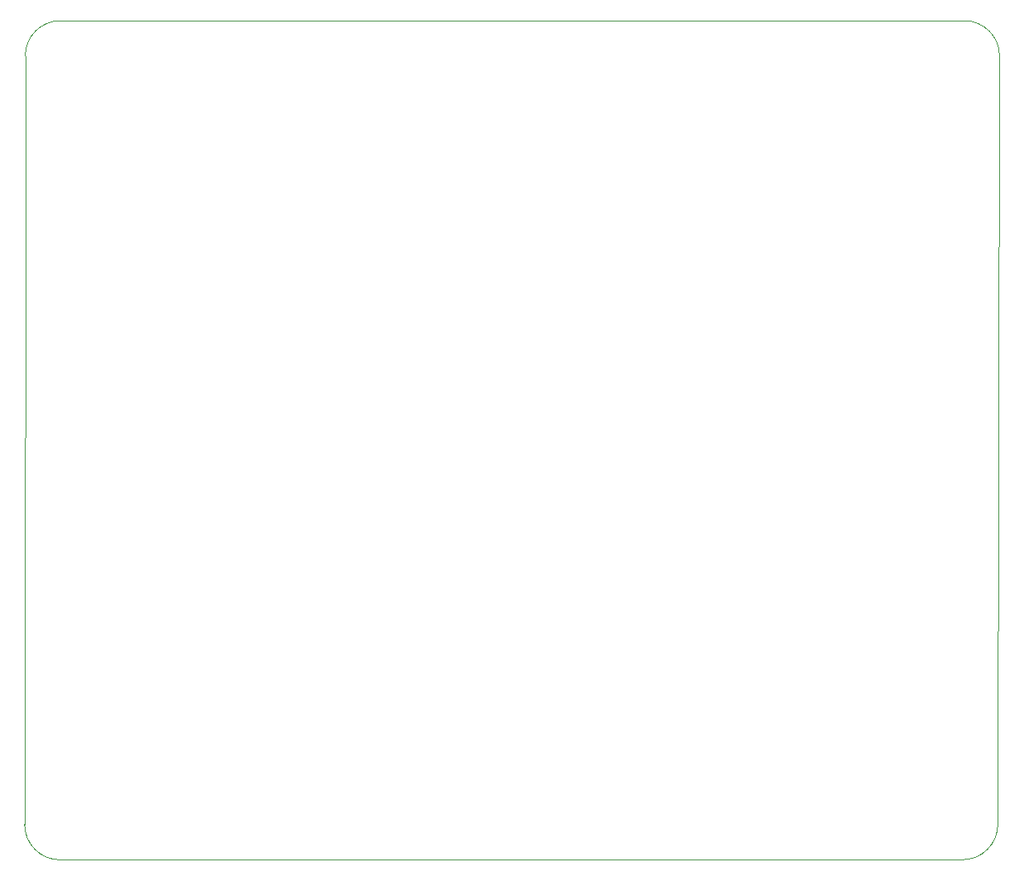
<source format=gbr>
%TF.GenerationSoftware,KiCad,Pcbnew,8.0.3*%
%TF.CreationDate,2024-08-08T10:10:12-07:00*%
%TF.ProjectId,VULED,56554c45-442e-46b6-9963-61645f706362,rev?*%
%TF.SameCoordinates,Original*%
%TF.FileFunction,Profile,NP*%
%FSLAX46Y46*%
G04 Gerber Fmt 4.6, Leading zero omitted, Abs format (unit mm)*
G04 Created by KiCad (PCBNEW 8.0.3) date 2024-08-08 10:10:12*
%MOMM*%
%LPD*%
G01*
G04 APERTURE LIST*
%TA.AperFunction,Profile*%
%ADD10C,0.050000*%
%TD*%
G04 APERTURE END LIST*
D10*
X46250000Y-137060000D02*
X46310000Y-58330000D01*
X142330000Y-140670000D02*
X49865000Y-140675000D01*
X146123809Y-58331191D02*
X145945000Y-137055000D01*
X142508809Y-54716191D02*
G75*
G02*
X146123809Y-58331191I-9J-3615009D01*
G01*
X49925000Y-54715000D02*
X142508809Y-54716191D01*
X145945000Y-137055000D02*
G75*
G02*
X142330000Y-140670000I-3615000J0D01*
G01*
X46310000Y-58330000D02*
G75*
G02*
X49925000Y-54715000I3615000J0D01*
G01*
X49865000Y-140675000D02*
G75*
G02*
X46250000Y-137060000I0J3615000D01*
G01*
M02*

</source>
